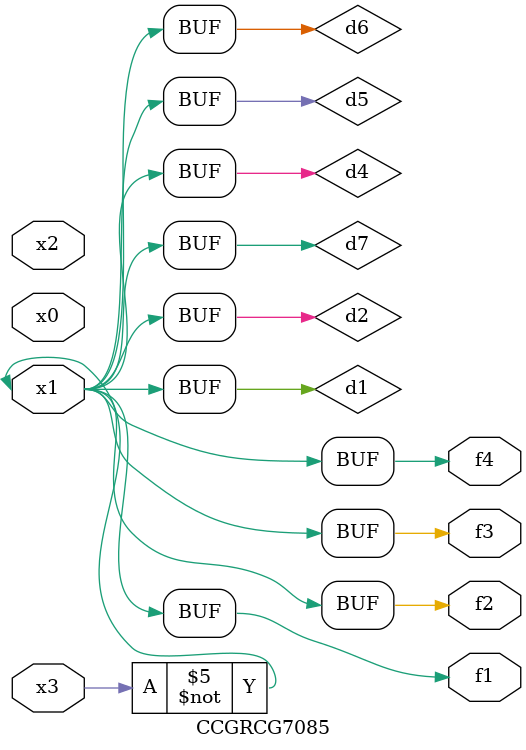
<source format=v>
module CCGRCG7085(
	input x0, x1, x2, x3,
	output f1, f2, f3, f4
);

	wire d1, d2, d3, d4, d5, d6, d7;

	not (d1, x3);
	buf (d2, x1);
	xnor (d3, d1, d2);
	nor (d4, d1);
	buf (d5, d1, d2);
	buf (d6, d4, d5);
	nand (d7, d4);
	assign f1 = d6;
	assign f2 = d7;
	assign f3 = d6;
	assign f4 = d6;
endmodule

</source>
